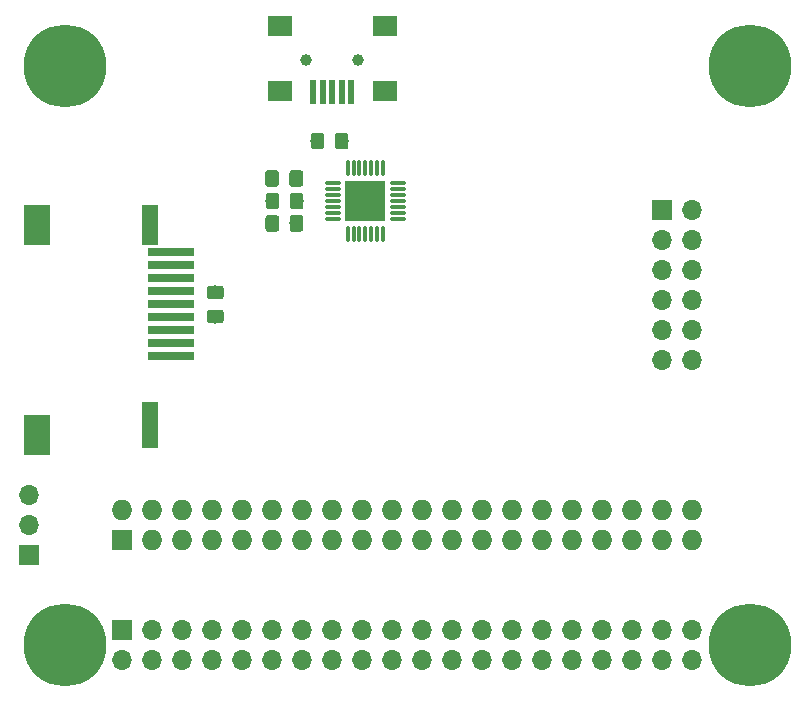
<source format=gts>
G04 #@! TF.GenerationSoftware,KiCad,Pcbnew,(5.1.2)-1*
G04 #@! TF.CreationDate,2019-08-24T17:39:20+03:00*
G04 #@! TF.ProjectId,de0-nano-exp2,6465302d-6e61-46e6-9f2d-657870322e6b,rev?*
G04 #@! TF.SameCoordinates,Original*
G04 #@! TF.FileFunction,Soldermask,Top*
G04 #@! TF.FilePolarity,Negative*
%FSLAX46Y46*%
G04 Gerber Fmt 4.6, Leading zero omitted, Abs format (unit mm)*
G04 Created by KiCad (PCBNEW (5.1.2)-1) date 2019-08-24 17:39:20*
%MOMM*%
%LPD*%
G04 APERTURE LIST*
%ADD10R,2.200000X3.500000*%
%ADD11R,1.400000X4.000000*%
%ADD12R,1.400000X3.500000*%
%ADD13R,4.000000X0.700000*%
%ADD14O,0.300000X1.500000*%
%ADD15O,1.500000X0.300000*%
%ADD16R,1.675000X1.675000*%
%ADD17C,0.100000*%
%ADD18C,1.150000*%
%ADD19R,1.700000X1.700000*%
%ADD20O,1.700000X1.700000*%
%ADD21R,1.727200X1.727200*%
%ADD22O,1.727200X1.727200*%
%ADD23R,0.500000X2.000000*%
%ADD24R,2.000000X1.700000*%
%ADD25C,1.000000*%
%ADD26C,7.000000*%
G04 APERTURE END LIST*
D10*
X135020000Y-102880000D03*
X135020000Y-85080000D03*
D11*
X144620000Y-102030000D03*
D12*
X144620000Y-85080000D03*
D13*
X146320000Y-87380000D03*
X146320000Y-89580000D03*
X146320000Y-88480000D03*
X146320000Y-90680000D03*
X146320000Y-91780000D03*
X146320000Y-92880000D03*
X146320000Y-96180000D03*
X146320000Y-95080000D03*
X146320000Y-93980000D03*
D14*
X164314000Y-80283000D03*
X163814000Y-80283000D03*
X163314000Y-80283000D03*
X162814000Y-80283000D03*
X162314000Y-80283000D03*
X161814000Y-80283000D03*
X161314000Y-80283000D03*
D15*
X160039000Y-81558000D03*
X160039000Y-82058000D03*
X160039000Y-82558000D03*
X160039000Y-83058000D03*
X160039000Y-83558000D03*
X160039000Y-84058000D03*
X160039000Y-84558000D03*
D14*
X161314000Y-85833000D03*
X161814000Y-85833000D03*
X162314000Y-85833000D03*
X162814000Y-85833000D03*
X163314000Y-85833000D03*
X163814000Y-85833000D03*
X164314000Y-85833000D03*
D15*
X165589000Y-84558000D03*
X165589000Y-84058000D03*
X165589000Y-83558000D03*
X165589000Y-83058000D03*
X165589000Y-82558000D03*
X165589000Y-82058000D03*
X165589000Y-81558000D03*
D16*
X161976500Y-83895500D03*
X163651500Y-83895500D03*
X161976500Y-82220500D03*
X163651500Y-82220500D03*
D17*
G36*
X161160505Y-77279204D02*
G01*
X161184773Y-77282804D01*
X161208572Y-77288765D01*
X161231671Y-77297030D01*
X161253850Y-77307520D01*
X161274893Y-77320132D01*
X161294599Y-77334747D01*
X161312777Y-77351223D01*
X161329253Y-77369401D01*
X161343868Y-77389107D01*
X161356480Y-77410150D01*
X161366970Y-77432329D01*
X161375235Y-77455428D01*
X161381196Y-77479227D01*
X161384796Y-77503495D01*
X161386000Y-77527999D01*
X161386000Y-78428001D01*
X161384796Y-78452505D01*
X161381196Y-78476773D01*
X161375235Y-78500572D01*
X161366970Y-78523671D01*
X161356480Y-78545850D01*
X161343868Y-78566893D01*
X161329253Y-78586599D01*
X161312777Y-78604777D01*
X161294599Y-78621253D01*
X161274893Y-78635868D01*
X161253850Y-78648480D01*
X161231671Y-78658970D01*
X161208572Y-78667235D01*
X161184773Y-78673196D01*
X161160505Y-78676796D01*
X161136001Y-78678000D01*
X160485999Y-78678000D01*
X160461495Y-78676796D01*
X160437227Y-78673196D01*
X160413428Y-78667235D01*
X160390329Y-78658970D01*
X160368150Y-78648480D01*
X160347107Y-78635868D01*
X160327401Y-78621253D01*
X160309223Y-78604777D01*
X160292747Y-78586599D01*
X160278132Y-78566893D01*
X160265520Y-78545850D01*
X160255030Y-78523671D01*
X160246765Y-78500572D01*
X160240804Y-78476773D01*
X160237204Y-78452505D01*
X160236000Y-78428001D01*
X160236000Y-77527999D01*
X160237204Y-77503495D01*
X160240804Y-77479227D01*
X160246765Y-77455428D01*
X160255030Y-77432329D01*
X160265520Y-77410150D01*
X160278132Y-77389107D01*
X160292747Y-77369401D01*
X160309223Y-77351223D01*
X160327401Y-77334747D01*
X160347107Y-77320132D01*
X160368150Y-77307520D01*
X160390329Y-77297030D01*
X160413428Y-77288765D01*
X160437227Y-77282804D01*
X160461495Y-77279204D01*
X160485999Y-77278000D01*
X161136001Y-77278000D01*
X161160505Y-77279204D01*
X161160505Y-77279204D01*
G37*
D18*
X160811000Y-77978000D03*
D17*
G36*
X159110505Y-77279204D02*
G01*
X159134773Y-77282804D01*
X159158572Y-77288765D01*
X159181671Y-77297030D01*
X159203850Y-77307520D01*
X159224893Y-77320132D01*
X159244599Y-77334747D01*
X159262777Y-77351223D01*
X159279253Y-77369401D01*
X159293868Y-77389107D01*
X159306480Y-77410150D01*
X159316970Y-77432329D01*
X159325235Y-77455428D01*
X159331196Y-77479227D01*
X159334796Y-77503495D01*
X159336000Y-77527999D01*
X159336000Y-78428001D01*
X159334796Y-78452505D01*
X159331196Y-78476773D01*
X159325235Y-78500572D01*
X159316970Y-78523671D01*
X159306480Y-78545850D01*
X159293868Y-78566893D01*
X159279253Y-78586599D01*
X159262777Y-78604777D01*
X159244599Y-78621253D01*
X159224893Y-78635868D01*
X159203850Y-78648480D01*
X159181671Y-78658970D01*
X159158572Y-78667235D01*
X159134773Y-78673196D01*
X159110505Y-78676796D01*
X159086001Y-78678000D01*
X158435999Y-78678000D01*
X158411495Y-78676796D01*
X158387227Y-78673196D01*
X158363428Y-78667235D01*
X158340329Y-78658970D01*
X158318150Y-78648480D01*
X158297107Y-78635868D01*
X158277401Y-78621253D01*
X158259223Y-78604777D01*
X158242747Y-78586599D01*
X158228132Y-78566893D01*
X158215520Y-78545850D01*
X158205030Y-78523671D01*
X158196765Y-78500572D01*
X158190804Y-78476773D01*
X158187204Y-78452505D01*
X158186000Y-78428001D01*
X158186000Y-77527999D01*
X158187204Y-77503495D01*
X158190804Y-77479227D01*
X158196765Y-77455428D01*
X158205030Y-77432329D01*
X158215520Y-77410150D01*
X158228132Y-77389107D01*
X158242747Y-77369401D01*
X158259223Y-77351223D01*
X158277401Y-77334747D01*
X158297107Y-77320132D01*
X158318150Y-77307520D01*
X158340329Y-77297030D01*
X158363428Y-77288765D01*
X158387227Y-77282804D01*
X158411495Y-77279204D01*
X158435999Y-77278000D01*
X159086001Y-77278000D01*
X159110505Y-77279204D01*
X159110505Y-77279204D01*
G37*
D18*
X158761000Y-77978000D03*
D17*
G36*
X155300505Y-82359204D02*
G01*
X155324773Y-82362804D01*
X155348572Y-82368765D01*
X155371671Y-82377030D01*
X155393850Y-82387520D01*
X155414893Y-82400132D01*
X155434599Y-82414747D01*
X155452777Y-82431223D01*
X155469253Y-82449401D01*
X155483868Y-82469107D01*
X155496480Y-82490150D01*
X155506970Y-82512329D01*
X155515235Y-82535428D01*
X155521196Y-82559227D01*
X155524796Y-82583495D01*
X155526000Y-82607999D01*
X155526000Y-83508001D01*
X155524796Y-83532505D01*
X155521196Y-83556773D01*
X155515235Y-83580572D01*
X155506970Y-83603671D01*
X155496480Y-83625850D01*
X155483868Y-83646893D01*
X155469253Y-83666599D01*
X155452777Y-83684777D01*
X155434599Y-83701253D01*
X155414893Y-83715868D01*
X155393850Y-83728480D01*
X155371671Y-83738970D01*
X155348572Y-83747235D01*
X155324773Y-83753196D01*
X155300505Y-83756796D01*
X155276001Y-83758000D01*
X154625999Y-83758000D01*
X154601495Y-83756796D01*
X154577227Y-83753196D01*
X154553428Y-83747235D01*
X154530329Y-83738970D01*
X154508150Y-83728480D01*
X154487107Y-83715868D01*
X154467401Y-83701253D01*
X154449223Y-83684777D01*
X154432747Y-83666599D01*
X154418132Y-83646893D01*
X154405520Y-83625850D01*
X154395030Y-83603671D01*
X154386765Y-83580572D01*
X154380804Y-83556773D01*
X154377204Y-83532505D01*
X154376000Y-83508001D01*
X154376000Y-82607999D01*
X154377204Y-82583495D01*
X154380804Y-82559227D01*
X154386765Y-82535428D01*
X154395030Y-82512329D01*
X154405520Y-82490150D01*
X154418132Y-82469107D01*
X154432747Y-82449401D01*
X154449223Y-82431223D01*
X154467401Y-82414747D01*
X154487107Y-82400132D01*
X154508150Y-82387520D01*
X154530329Y-82377030D01*
X154553428Y-82368765D01*
X154577227Y-82362804D01*
X154601495Y-82359204D01*
X154625999Y-82358000D01*
X155276001Y-82358000D01*
X155300505Y-82359204D01*
X155300505Y-82359204D01*
G37*
D18*
X154951000Y-83058000D03*
D17*
G36*
X157350505Y-82359204D02*
G01*
X157374773Y-82362804D01*
X157398572Y-82368765D01*
X157421671Y-82377030D01*
X157443850Y-82387520D01*
X157464893Y-82400132D01*
X157484599Y-82414747D01*
X157502777Y-82431223D01*
X157519253Y-82449401D01*
X157533868Y-82469107D01*
X157546480Y-82490150D01*
X157556970Y-82512329D01*
X157565235Y-82535428D01*
X157571196Y-82559227D01*
X157574796Y-82583495D01*
X157576000Y-82607999D01*
X157576000Y-83508001D01*
X157574796Y-83532505D01*
X157571196Y-83556773D01*
X157565235Y-83580572D01*
X157556970Y-83603671D01*
X157546480Y-83625850D01*
X157533868Y-83646893D01*
X157519253Y-83666599D01*
X157502777Y-83684777D01*
X157484599Y-83701253D01*
X157464893Y-83715868D01*
X157443850Y-83728480D01*
X157421671Y-83738970D01*
X157398572Y-83747235D01*
X157374773Y-83753196D01*
X157350505Y-83756796D01*
X157326001Y-83758000D01*
X156675999Y-83758000D01*
X156651495Y-83756796D01*
X156627227Y-83753196D01*
X156603428Y-83747235D01*
X156580329Y-83738970D01*
X156558150Y-83728480D01*
X156537107Y-83715868D01*
X156517401Y-83701253D01*
X156499223Y-83684777D01*
X156482747Y-83666599D01*
X156468132Y-83646893D01*
X156455520Y-83625850D01*
X156445030Y-83603671D01*
X156436765Y-83580572D01*
X156430804Y-83556773D01*
X156427204Y-83532505D01*
X156426000Y-83508001D01*
X156426000Y-82607999D01*
X156427204Y-82583495D01*
X156430804Y-82559227D01*
X156436765Y-82535428D01*
X156445030Y-82512329D01*
X156455520Y-82490150D01*
X156468132Y-82469107D01*
X156482747Y-82449401D01*
X156499223Y-82431223D01*
X156517401Y-82414747D01*
X156537107Y-82400132D01*
X156558150Y-82387520D01*
X156580329Y-82377030D01*
X156603428Y-82368765D01*
X156627227Y-82362804D01*
X156651495Y-82359204D01*
X156675999Y-82358000D01*
X157326001Y-82358000D01*
X157350505Y-82359204D01*
X157350505Y-82359204D01*
G37*
D18*
X157001000Y-83058000D03*
D17*
G36*
X157310505Y-80454204D02*
G01*
X157334773Y-80457804D01*
X157358572Y-80463765D01*
X157381671Y-80472030D01*
X157403850Y-80482520D01*
X157424893Y-80495132D01*
X157444599Y-80509747D01*
X157462777Y-80526223D01*
X157479253Y-80544401D01*
X157493868Y-80564107D01*
X157506480Y-80585150D01*
X157516970Y-80607329D01*
X157525235Y-80630428D01*
X157531196Y-80654227D01*
X157534796Y-80678495D01*
X157536000Y-80702999D01*
X157536000Y-81603001D01*
X157534796Y-81627505D01*
X157531196Y-81651773D01*
X157525235Y-81675572D01*
X157516970Y-81698671D01*
X157506480Y-81720850D01*
X157493868Y-81741893D01*
X157479253Y-81761599D01*
X157462777Y-81779777D01*
X157444599Y-81796253D01*
X157424893Y-81810868D01*
X157403850Y-81823480D01*
X157381671Y-81833970D01*
X157358572Y-81842235D01*
X157334773Y-81848196D01*
X157310505Y-81851796D01*
X157286001Y-81853000D01*
X156635999Y-81853000D01*
X156611495Y-81851796D01*
X156587227Y-81848196D01*
X156563428Y-81842235D01*
X156540329Y-81833970D01*
X156518150Y-81823480D01*
X156497107Y-81810868D01*
X156477401Y-81796253D01*
X156459223Y-81779777D01*
X156442747Y-81761599D01*
X156428132Y-81741893D01*
X156415520Y-81720850D01*
X156405030Y-81698671D01*
X156396765Y-81675572D01*
X156390804Y-81651773D01*
X156387204Y-81627505D01*
X156386000Y-81603001D01*
X156386000Y-80702999D01*
X156387204Y-80678495D01*
X156390804Y-80654227D01*
X156396765Y-80630428D01*
X156405030Y-80607329D01*
X156415520Y-80585150D01*
X156428132Y-80564107D01*
X156442747Y-80544401D01*
X156459223Y-80526223D01*
X156477401Y-80509747D01*
X156497107Y-80495132D01*
X156518150Y-80482520D01*
X156540329Y-80472030D01*
X156563428Y-80463765D01*
X156587227Y-80457804D01*
X156611495Y-80454204D01*
X156635999Y-80453000D01*
X157286001Y-80453000D01*
X157310505Y-80454204D01*
X157310505Y-80454204D01*
G37*
D18*
X156961000Y-81153000D03*
D17*
G36*
X155260505Y-80454204D02*
G01*
X155284773Y-80457804D01*
X155308572Y-80463765D01*
X155331671Y-80472030D01*
X155353850Y-80482520D01*
X155374893Y-80495132D01*
X155394599Y-80509747D01*
X155412777Y-80526223D01*
X155429253Y-80544401D01*
X155443868Y-80564107D01*
X155456480Y-80585150D01*
X155466970Y-80607329D01*
X155475235Y-80630428D01*
X155481196Y-80654227D01*
X155484796Y-80678495D01*
X155486000Y-80702999D01*
X155486000Y-81603001D01*
X155484796Y-81627505D01*
X155481196Y-81651773D01*
X155475235Y-81675572D01*
X155466970Y-81698671D01*
X155456480Y-81720850D01*
X155443868Y-81741893D01*
X155429253Y-81761599D01*
X155412777Y-81779777D01*
X155394599Y-81796253D01*
X155374893Y-81810868D01*
X155353850Y-81823480D01*
X155331671Y-81833970D01*
X155308572Y-81842235D01*
X155284773Y-81848196D01*
X155260505Y-81851796D01*
X155236001Y-81853000D01*
X154585999Y-81853000D01*
X154561495Y-81851796D01*
X154537227Y-81848196D01*
X154513428Y-81842235D01*
X154490329Y-81833970D01*
X154468150Y-81823480D01*
X154447107Y-81810868D01*
X154427401Y-81796253D01*
X154409223Y-81779777D01*
X154392747Y-81761599D01*
X154378132Y-81741893D01*
X154365520Y-81720850D01*
X154355030Y-81698671D01*
X154346765Y-81675572D01*
X154340804Y-81651773D01*
X154337204Y-81627505D01*
X154336000Y-81603001D01*
X154336000Y-80702999D01*
X154337204Y-80678495D01*
X154340804Y-80654227D01*
X154346765Y-80630428D01*
X154355030Y-80607329D01*
X154365520Y-80585150D01*
X154378132Y-80564107D01*
X154392747Y-80544401D01*
X154409223Y-80526223D01*
X154427401Y-80509747D01*
X154447107Y-80495132D01*
X154468150Y-80482520D01*
X154490329Y-80472030D01*
X154513428Y-80463765D01*
X154537227Y-80457804D01*
X154561495Y-80454204D01*
X154585999Y-80453000D01*
X155236001Y-80453000D01*
X155260505Y-80454204D01*
X155260505Y-80454204D01*
G37*
D18*
X154911000Y-81153000D03*
D17*
G36*
X150588505Y-90222204D02*
G01*
X150612773Y-90225804D01*
X150636572Y-90231765D01*
X150659671Y-90240030D01*
X150681850Y-90250520D01*
X150702893Y-90263132D01*
X150722599Y-90277747D01*
X150740777Y-90294223D01*
X150757253Y-90312401D01*
X150771868Y-90332107D01*
X150784480Y-90353150D01*
X150794970Y-90375329D01*
X150803235Y-90398428D01*
X150809196Y-90422227D01*
X150812796Y-90446495D01*
X150814000Y-90470999D01*
X150814000Y-91121001D01*
X150812796Y-91145505D01*
X150809196Y-91169773D01*
X150803235Y-91193572D01*
X150794970Y-91216671D01*
X150784480Y-91238850D01*
X150771868Y-91259893D01*
X150757253Y-91279599D01*
X150740777Y-91297777D01*
X150722599Y-91314253D01*
X150702893Y-91328868D01*
X150681850Y-91341480D01*
X150659671Y-91351970D01*
X150636572Y-91360235D01*
X150612773Y-91366196D01*
X150588505Y-91369796D01*
X150564001Y-91371000D01*
X149663999Y-91371000D01*
X149639495Y-91369796D01*
X149615227Y-91366196D01*
X149591428Y-91360235D01*
X149568329Y-91351970D01*
X149546150Y-91341480D01*
X149525107Y-91328868D01*
X149505401Y-91314253D01*
X149487223Y-91297777D01*
X149470747Y-91279599D01*
X149456132Y-91259893D01*
X149443520Y-91238850D01*
X149433030Y-91216671D01*
X149424765Y-91193572D01*
X149418804Y-91169773D01*
X149415204Y-91145505D01*
X149414000Y-91121001D01*
X149414000Y-90470999D01*
X149415204Y-90446495D01*
X149418804Y-90422227D01*
X149424765Y-90398428D01*
X149433030Y-90375329D01*
X149443520Y-90353150D01*
X149456132Y-90332107D01*
X149470747Y-90312401D01*
X149487223Y-90294223D01*
X149505401Y-90277747D01*
X149525107Y-90263132D01*
X149546150Y-90250520D01*
X149568329Y-90240030D01*
X149591428Y-90231765D01*
X149615227Y-90225804D01*
X149639495Y-90222204D01*
X149663999Y-90221000D01*
X150564001Y-90221000D01*
X150588505Y-90222204D01*
X150588505Y-90222204D01*
G37*
D18*
X150114000Y-90796000D03*
D17*
G36*
X150588505Y-92272204D02*
G01*
X150612773Y-92275804D01*
X150636572Y-92281765D01*
X150659671Y-92290030D01*
X150681850Y-92300520D01*
X150702893Y-92313132D01*
X150722599Y-92327747D01*
X150740777Y-92344223D01*
X150757253Y-92362401D01*
X150771868Y-92382107D01*
X150784480Y-92403150D01*
X150794970Y-92425329D01*
X150803235Y-92448428D01*
X150809196Y-92472227D01*
X150812796Y-92496495D01*
X150814000Y-92520999D01*
X150814000Y-93171001D01*
X150812796Y-93195505D01*
X150809196Y-93219773D01*
X150803235Y-93243572D01*
X150794970Y-93266671D01*
X150784480Y-93288850D01*
X150771868Y-93309893D01*
X150757253Y-93329599D01*
X150740777Y-93347777D01*
X150722599Y-93364253D01*
X150702893Y-93378868D01*
X150681850Y-93391480D01*
X150659671Y-93401970D01*
X150636572Y-93410235D01*
X150612773Y-93416196D01*
X150588505Y-93419796D01*
X150564001Y-93421000D01*
X149663999Y-93421000D01*
X149639495Y-93419796D01*
X149615227Y-93416196D01*
X149591428Y-93410235D01*
X149568329Y-93401970D01*
X149546150Y-93391480D01*
X149525107Y-93378868D01*
X149505401Y-93364253D01*
X149487223Y-93347777D01*
X149470747Y-93329599D01*
X149456132Y-93309893D01*
X149443520Y-93288850D01*
X149433030Y-93266671D01*
X149424765Y-93243572D01*
X149418804Y-93219773D01*
X149415204Y-93195505D01*
X149414000Y-93171001D01*
X149414000Y-92520999D01*
X149415204Y-92496495D01*
X149418804Y-92472227D01*
X149424765Y-92448428D01*
X149433030Y-92425329D01*
X149443520Y-92403150D01*
X149456132Y-92382107D01*
X149470747Y-92362401D01*
X149487223Y-92344223D01*
X149505401Y-92327747D01*
X149525107Y-92313132D01*
X149546150Y-92300520D01*
X149568329Y-92290030D01*
X149591428Y-92281765D01*
X149615227Y-92275804D01*
X149639495Y-92272204D01*
X149663999Y-92271000D01*
X150564001Y-92271000D01*
X150588505Y-92272204D01*
X150588505Y-92272204D01*
G37*
D18*
X150114000Y-92846000D03*
D19*
X134366000Y-113030000D03*
D20*
X134366000Y-110490000D03*
X134366000Y-107950000D03*
D21*
X142240000Y-111760000D03*
D22*
X142240000Y-109220000D03*
X144780000Y-111760000D03*
X144780000Y-109220000D03*
X147320000Y-111760000D03*
X147320000Y-109220000D03*
X149860000Y-111760000D03*
X149860000Y-109220000D03*
X152400000Y-111760000D03*
X152400000Y-109220000D03*
X154940000Y-111760000D03*
X154940000Y-109220000D03*
X157480000Y-111760000D03*
X157480000Y-109220000D03*
X160020000Y-111760000D03*
X160020000Y-109220000D03*
X162560000Y-111760000D03*
X162560000Y-109220000D03*
X165100000Y-111760000D03*
X165100000Y-109220000D03*
X167640000Y-111760000D03*
X167640000Y-109220000D03*
X170180000Y-111760000D03*
X170180000Y-109220000D03*
X172720000Y-111760000D03*
X172720000Y-109220000D03*
X175260000Y-111760000D03*
X175260000Y-109220000D03*
X177800000Y-111760000D03*
X177800000Y-109220000D03*
X180340000Y-111760000D03*
X180340000Y-109220000D03*
X182880000Y-111760000D03*
X182880000Y-109220000D03*
X185420000Y-111760000D03*
X185420000Y-109220000D03*
X187960000Y-111760000D03*
X187960000Y-109220000D03*
X190500000Y-111760000D03*
X190500000Y-109220000D03*
D23*
X161620000Y-73820000D03*
X160820000Y-73820000D03*
X160020000Y-73820000D03*
X159220000Y-73820000D03*
X158420000Y-73820000D03*
D24*
X164470000Y-73720000D03*
X164470000Y-68270000D03*
X155570000Y-73720000D03*
X155570000Y-68270000D03*
D25*
X162220000Y-71120000D03*
X157820000Y-71120000D03*
D19*
X142240000Y-119380000D03*
D20*
X142240000Y-121920000D03*
X144780000Y-119380000D03*
X144780000Y-121920000D03*
X147320000Y-119380000D03*
X147320000Y-121920000D03*
X149860000Y-119380000D03*
X149860000Y-121920000D03*
X152400000Y-119380000D03*
X152400000Y-121920000D03*
X154940000Y-119380000D03*
X154940000Y-121920000D03*
X157480000Y-119380000D03*
X157480000Y-121920000D03*
X160020000Y-119380000D03*
X160020000Y-121920000D03*
X162560000Y-119380000D03*
X162560000Y-121920000D03*
X165100000Y-119380000D03*
X165100000Y-121920000D03*
X167640000Y-119380000D03*
X167640000Y-121920000D03*
X170180000Y-119380000D03*
X170180000Y-121920000D03*
X172720000Y-119380000D03*
X172720000Y-121920000D03*
X175260000Y-119380000D03*
X175260000Y-121920000D03*
X177800000Y-119380000D03*
X177800000Y-121920000D03*
X180340000Y-119380000D03*
X180340000Y-121920000D03*
X182880000Y-119380000D03*
X182880000Y-121920000D03*
X185420000Y-119380000D03*
X185420000Y-121920000D03*
X187960000Y-119380000D03*
X187960000Y-121920000D03*
X190500000Y-119380000D03*
X190500000Y-121920000D03*
D17*
G36*
X155280505Y-84264204D02*
G01*
X155304773Y-84267804D01*
X155328572Y-84273765D01*
X155351671Y-84282030D01*
X155373850Y-84292520D01*
X155394893Y-84305132D01*
X155414599Y-84319747D01*
X155432777Y-84336223D01*
X155449253Y-84354401D01*
X155463868Y-84374107D01*
X155476480Y-84395150D01*
X155486970Y-84417329D01*
X155495235Y-84440428D01*
X155501196Y-84464227D01*
X155504796Y-84488495D01*
X155506000Y-84512999D01*
X155506000Y-85413001D01*
X155504796Y-85437505D01*
X155501196Y-85461773D01*
X155495235Y-85485572D01*
X155486970Y-85508671D01*
X155476480Y-85530850D01*
X155463868Y-85551893D01*
X155449253Y-85571599D01*
X155432777Y-85589777D01*
X155414599Y-85606253D01*
X155394893Y-85620868D01*
X155373850Y-85633480D01*
X155351671Y-85643970D01*
X155328572Y-85652235D01*
X155304773Y-85658196D01*
X155280505Y-85661796D01*
X155256001Y-85663000D01*
X154605999Y-85663000D01*
X154581495Y-85661796D01*
X154557227Y-85658196D01*
X154533428Y-85652235D01*
X154510329Y-85643970D01*
X154488150Y-85633480D01*
X154467107Y-85620868D01*
X154447401Y-85606253D01*
X154429223Y-85589777D01*
X154412747Y-85571599D01*
X154398132Y-85551893D01*
X154385520Y-85530850D01*
X154375030Y-85508671D01*
X154366765Y-85485572D01*
X154360804Y-85461773D01*
X154357204Y-85437505D01*
X154356000Y-85413001D01*
X154356000Y-84512999D01*
X154357204Y-84488495D01*
X154360804Y-84464227D01*
X154366765Y-84440428D01*
X154375030Y-84417329D01*
X154385520Y-84395150D01*
X154398132Y-84374107D01*
X154412747Y-84354401D01*
X154429223Y-84336223D01*
X154447401Y-84319747D01*
X154467107Y-84305132D01*
X154488150Y-84292520D01*
X154510329Y-84282030D01*
X154533428Y-84273765D01*
X154557227Y-84267804D01*
X154581495Y-84264204D01*
X154605999Y-84263000D01*
X155256001Y-84263000D01*
X155280505Y-84264204D01*
X155280505Y-84264204D01*
G37*
D18*
X154931000Y-84963000D03*
D17*
G36*
X157330505Y-84264204D02*
G01*
X157354773Y-84267804D01*
X157378572Y-84273765D01*
X157401671Y-84282030D01*
X157423850Y-84292520D01*
X157444893Y-84305132D01*
X157464599Y-84319747D01*
X157482777Y-84336223D01*
X157499253Y-84354401D01*
X157513868Y-84374107D01*
X157526480Y-84395150D01*
X157536970Y-84417329D01*
X157545235Y-84440428D01*
X157551196Y-84464227D01*
X157554796Y-84488495D01*
X157556000Y-84512999D01*
X157556000Y-85413001D01*
X157554796Y-85437505D01*
X157551196Y-85461773D01*
X157545235Y-85485572D01*
X157536970Y-85508671D01*
X157526480Y-85530850D01*
X157513868Y-85551893D01*
X157499253Y-85571599D01*
X157482777Y-85589777D01*
X157464599Y-85606253D01*
X157444893Y-85620868D01*
X157423850Y-85633480D01*
X157401671Y-85643970D01*
X157378572Y-85652235D01*
X157354773Y-85658196D01*
X157330505Y-85661796D01*
X157306001Y-85663000D01*
X156655999Y-85663000D01*
X156631495Y-85661796D01*
X156607227Y-85658196D01*
X156583428Y-85652235D01*
X156560329Y-85643970D01*
X156538150Y-85633480D01*
X156517107Y-85620868D01*
X156497401Y-85606253D01*
X156479223Y-85589777D01*
X156462747Y-85571599D01*
X156448132Y-85551893D01*
X156435520Y-85530850D01*
X156425030Y-85508671D01*
X156416765Y-85485572D01*
X156410804Y-85461773D01*
X156407204Y-85437505D01*
X156406000Y-85413001D01*
X156406000Y-84512999D01*
X156407204Y-84488495D01*
X156410804Y-84464227D01*
X156416765Y-84440428D01*
X156425030Y-84417329D01*
X156435520Y-84395150D01*
X156448132Y-84374107D01*
X156462747Y-84354401D01*
X156479223Y-84336223D01*
X156497401Y-84319747D01*
X156517107Y-84305132D01*
X156538150Y-84292520D01*
X156560329Y-84282030D01*
X156583428Y-84273765D01*
X156607227Y-84267804D01*
X156631495Y-84264204D01*
X156655999Y-84263000D01*
X157306001Y-84263000D01*
X157330505Y-84264204D01*
X157330505Y-84264204D01*
G37*
D18*
X156981000Y-84963000D03*
D26*
X137370000Y-71650000D03*
X195370000Y-120650000D03*
X195370000Y-71650000D03*
X137370000Y-120650000D03*
D19*
X187960000Y-83820000D03*
D20*
X190500000Y-83820000D03*
X187960000Y-86360000D03*
X190500000Y-86360000D03*
X187960000Y-88900000D03*
X190500000Y-88900000D03*
X187960000Y-91440000D03*
X190500000Y-91440000D03*
X187960000Y-93980000D03*
X190500000Y-93980000D03*
X187960000Y-96520000D03*
X190500000Y-96520000D03*
M02*

</source>
